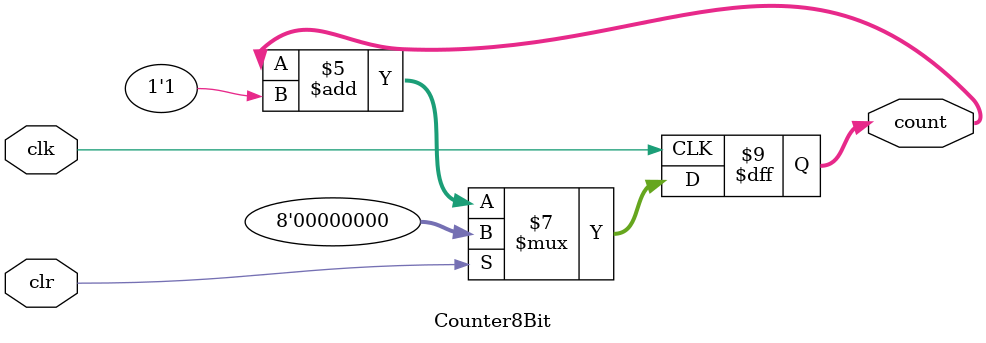
<source format=v>
`timescale 1ns / 1ps

module Counter8Bit(
	input clr,
	input clk,
	output reg [7:0]count
);

    // Run on the positive edge of the clock
	always @ (posedge clk)
	begin
	    // If the clear button is being pressed or the count
	    // value has been reached, set count to 0.
	    // This constant depends on the refresh rate required by the
	    // servo motor you are using. This creates a refresh rate
	    // of 10ms. 100MHz/(1/10ms) or (system clock)/(1/(Refresh Rate)).
		if (clr == 1'b1 || count == 20'd1000000)
			begin
			count <= 20'b0;
			end
		// If clear is not being pressed and the 
		// count value is not reached, continue to increment
		// count. 
		else
			begin
			count <= count + 1'b1;
			end
	end
endmodule

</source>
